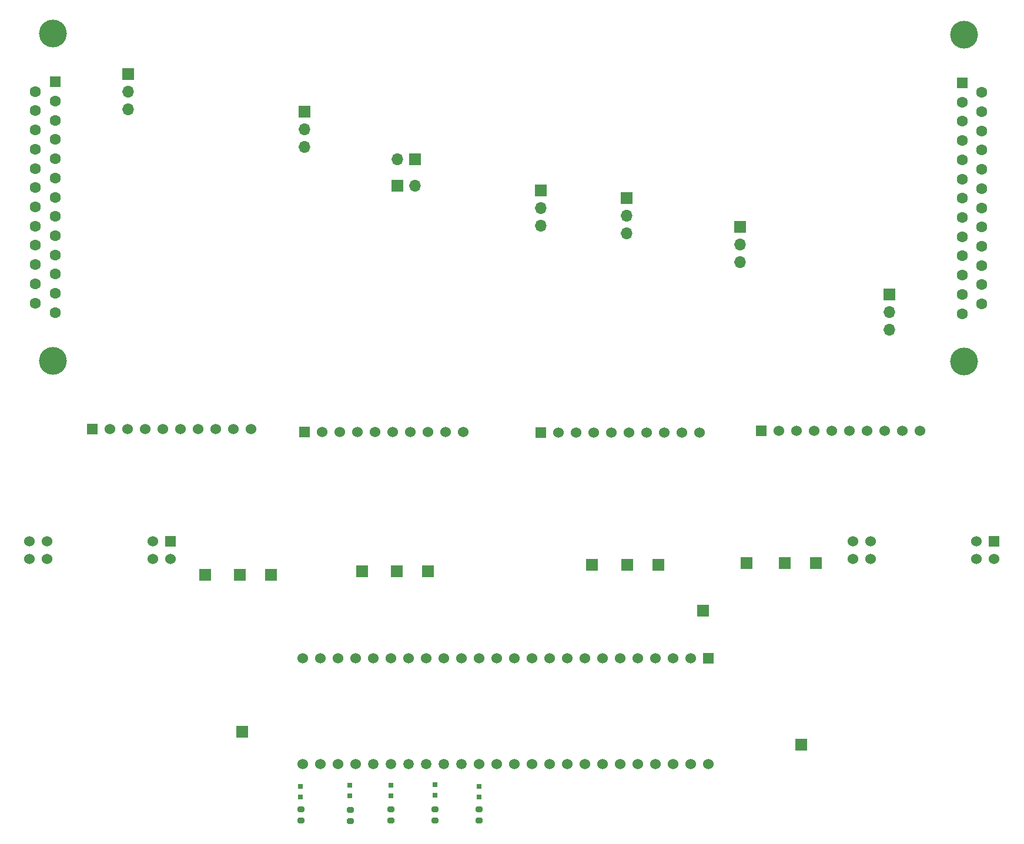
<source format=gbr>
%TF.GenerationSoftware,KiCad,Pcbnew,8.0.6*%
%TF.CreationDate,2025-01-19T12:17:07-08:00*%
%TF.ProjectId,DFboard2,4446626f-6172-4643-922e-6b696361645f,Rev0.1*%
%TF.SameCoordinates,Original*%
%TF.FileFunction,Soldermask,Top*%
%TF.FilePolarity,Negative*%
%FSLAX46Y46*%
G04 Gerber Fmt 4.6, Leading zero omitted, Abs format (unit mm)*
G04 Created by KiCad (PCBNEW 8.0.6) date 2025-01-19 12:17:07*
%MOMM*%
%LPD*%
G01*
G04 APERTURE LIST*
G04 Aperture macros list*
%AMRoundRect*
0 Rectangle with rounded corners*
0 $1 Rounding radius*
0 $2 $3 $4 $5 $6 $7 $8 $9 X,Y pos of 4 corners*
0 Add a 4 corners polygon primitive as box body*
4,1,4,$2,$3,$4,$5,$6,$7,$8,$9,$2,$3,0*
0 Add four circle primitives for the rounded corners*
1,1,$1+$1,$2,$3*
1,1,$1+$1,$4,$5*
1,1,$1+$1,$6,$7*
1,1,$1+$1,$8,$9*
0 Add four rect primitives between the rounded corners*
20,1,$1+$1,$2,$3,$4,$5,0*
20,1,$1+$1,$4,$5,$6,$7,0*
20,1,$1+$1,$6,$7,$8,$9,0*
20,1,$1+$1,$8,$9,$2,$3,0*%
G04 Aperture macros list end*
%ADD10RoundRect,0.200000X-0.275000X0.200000X-0.275000X-0.200000X0.275000X-0.200000X0.275000X0.200000X0*%
%ADD11R,1.700000X1.700000*%
%ADD12O,1.700000X1.700000*%
%ADD13R,1.524000X1.524000*%
%ADD14C,1.524000*%
%ADD15R,0.800000X0.800000*%
%ADD16C,4.000000*%
%ADD17R,1.600000X1.600000*%
%ADD18C,1.600000*%
%ADD19C,1.514000*%
G04 APERTURE END LIST*
D10*
%TO.C,R2*%
X71628000Y-130239000D03*
X71628000Y-131889000D03*
%TD*%
D11*
%TO.C,JP5*%
X111379000Y-42164000D03*
D12*
X111379000Y-44704000D03*
X111379000Y-47244000D03*
%TD*%
D11*
%TO.C,TP9*%
X115926000Y-94996000D03*
%TD*%
D10*
%TO.C,R1*%
X64516000Y-130175000D03*
X64516000Y-131825000D03*
%TD*%
D13*
%TO.C,U6*%
X164338000Y-91567000D03*
D14*
X161798000Y-91567000D03*
X146558000Y-91567000D03*
X144018000Y-91567000D03*
X144018000Y-94107000D03*
X146558000Y-94107000D03*
X161798000Y-94107000D03*
X164338000Y-94107000D03*
%TD*%
D11*
%TO.C,JP1*%
X39624000Y-24257000D03*
D12*
X39624000Y-26797000D03*
X39624000Y-29337000D03*
%TD*%
D11*
%TO.C,TP10*%
X138651000Y-94742000D03*
%TD*%
D13*
%TO.C,U4*%
X99060000Y-75931000D03*
D14*
X101600000Y-75931000D03*
X104140000Y-75931000D03*
X106680000Y-75931000D03*
X109220000Y-75931000D03*
X111760000Y-75931000D03*
X114300000Y-75931000D03*
X116840000Y-75931000D03*
X119380000Y-75931000D03*
X121920000Y-75931000D03*
%TD*%
D11*
%TO.C,JP4*%
X127762000Y-46243000D03*
D12*
X127762000Y-48783000D03*
X127762000Y-51323000D03*
%TD*%
D10*
%TO.C,R5*%
X90170000Y-130176000D03*
X90170000Y-131826000D03*
%TD*%
D11*
%TO.C,TP2*%
X50673000Y-96393000D03*
%TD*%
D15*
%TO.C,D1*%
X64389000Y-126897000D03*
X64389000Y-128397000D03*
%TD*%
%TO.C,D2*%
X71501000Y-126758000D03*
X71501000Y-128258000D03*
%TD*%
D16*
%TO.C,J1*%
X28783000Y-18470000D03*
X28783000Y-65570000D03*
D17*
X29083000Y-25400000D03*
D18*
X29083000Y-28170000D03*
X29083000Y-30940000D03*
X29083000Y-33710000D03*
X29083000Y-36480000D03*
X29083000Y-39250000D03*
X29083000Y-42020000D03*
X29083000Y-44790000D03*
X29083000Y-47560000D03*
X29083000Y-50330000D03*
X29083000Y-53100000D03*
X29083000Y-55870000D03*
X29083000Y-58640000D03*
X26243000Y-26785000D03*
X26243000Y-29555000D03*
X26243000Y-32325000D03*
X26243000Y-35095000D03*
X26243000Y-37865000D03*
X26243000Y-40635000D03*
X26243000Y-43405000D03*
X26243000Y-46175000D03*
X26243000Y-48945000D03*
X26243000Y-51715000D03*
X26243000Y-54485000D03*
X26243000Y-57255000D03*
%TD*%
D15*
%TO.C,D5*%
X90170000Y-126873000D03*
X90170000Y-128373000D03*
%TD*%
D16*
%TO.C,J2*%
X160020000Y-65709000D03*
X160020000Y-18609000D03*
D17*
X159720000Y-25539000D03*
D18*
X159720000Y-28309000D03*
X159720000Y-31079000D03*
X159720000Y-33849000D03*
X159720000Y-36619000D03*
X159720000Y-39389000D03*
X159720000Y-42159000D03*
X159720000Y-44929000D03*
X159720000Y-47699000D03*
X159720000Y-50469000D03*
X159720000Y-53239000D03*
X159720000Y-56009000D03*
X159720000Y-58779000D03*
X162560000Y-26924000D03*
X162560000Y-29694000D03*
X162560000Y-32464000D03*
X162560000Y-35234000D03*
X162560000Y-38004000D03*
X162560000Y-40774000D03*
X162560000Y-43544000D03*
X162560000Y-46314000D03*
X162560000Y-49084000D03*
X162560000Y-51854000D03*
X162560000Y-54624000D03*
X162560000Y-57394000D03*
%TD*%
D11*
%TO.C,TP1*%
X55673000Y-96393000D03*
%TD*%
D15*
%TO.C,D4*%
X83820000Y-126643000D03*
X83820000Y-128143000D03*
%TD*%
D11*
%TO.C,TP3*%
X78279000Y-95885000D03*
%TD*%
D13*
%TO.C,U1*%
X45720000Y-91567000D03*
D14*
X43180000Y-91567000D03*
X27940000Y-91567000D03*
X25400000Y-91567000D03*
X25400000Y-94107000D03*
X27940000Y-94107000D03*
X43180000Y-94107000D03*
X45720000Y-94107000D03*
%TD*%
D11*
%TO.C,TP11*%
X82779000Y-95885000D03*
%TD*%
D13*
%TO.C,J13*%
X123190000Y-108458000D03*
D14*
X120650000Y-108458000D03*
X118110000Y-108458000D03*
X115570000Y-108458000D03*
X113030000Y-108458000D03*
X110490000Y-108458000D03*
X107950000Y-108458000D03*
X105410000Y-108458000D03*
X102870000Y-108458000D03*
X100330000Y-108458000D03*
X97790000Y-108458000D03*
X95250000Y-108458000D03*
X92710000Y-108458000D03*
X90170000Y-108458000D03*
X87630000Y-108458000D03*
X85090000Y-108458000D03*
X82550000Y-108458000D03*
X80010000Y-108458000D03*
X77470000Y-108458000D03*
X74930000Y-108458000D03*
X72390000Y-108458000D03*
X69850000Y-108458000D03*
X67310000Y-108458000D03*
X64770000Y-108458000D03*
X64770000Y-123698000D03*
X67310000Y-123698000D03*
X69850000Y-123698000D03*
X72390000Y-123698000D03*
D19*
X74930000Y-123698000D03*
X77470000Y-123698000D03*
X80010000Y-123698000D03*
X82550000Y-123698000D03*
X85090000Y-123698000D03*
X87630000Y-123698000D03*
D14*
X90170000Y-123698000D03*
X92710000Y-123698000D03*
X95250000Y-123698000D03*
X97790000Y-123698000D03*
X100330000Y-123698000D03*
X102870000Y-123698000D03*
X105410000Y-123698000D03*
X107950000Y-123698000D03*
X110490000Y-123698000D03*
X113030000Y-123698000D03*
X115570000Y-123698000D03*
X118110000Y-123698000D03*
X120650000Y-123698000D03*
X123190000Y-123698000D03*
%TD*%
D11*
%TO.C,TP14*%
X136525000Y-120904000D03*
%TD*%
D10*
%TO.C,R4*%
X83820000Y-130187000D03*
X83820000Y-131837000D03*
%TD*%
%TO.C,R3*%
X77470000Y-130175000D03*
X77470000Y-131825000D03*
%TD*%
D13*
%TO.C,U2*%
X34417000Y-75438000D03*
D14*
X36957000Y-75438000D03*
X39497000Y-75438000D03*
X42037000Y-75438000D03*
X44577000Y-75438000D03*
X47117000Y-75438000D03*
X49657000Y-75438000D03*
X52197000Y-75438000D03*
X54737000Y-75438000D03*
X57277000Y-75438000D03*
%TD*%
D11*
%TO.C,TP5*%
X111426000Y-94996000D03*
%TD*%
%TO.C,TP16*%
X122428000Y-101600000D03*
%TD*%
%TO.C,JP9*%
X80899000Y-36576000D03*
D12*
X78359000Y-36576000D03*
%TD*%
D13*
%TO.C,U5*%
X130810000Y-75677000D03*
D14*
X133350000Y-75677000D03*
X135890000Y-75677000D03*
X138430000Y-75677000D03*
X140970000Y-75677000D03*
X143510000Y-75677000D03*
X146050000Y-75677000D03*
X148590000Y-75677000D03*
X151130000Y-75677000D03*
X153670000Y-75677000D03*
%TD*%
D11*
%TO.C,JP2*%
X65024000Y-29718000D03*
D12*
X65024000Y-32258000D03*
X65024000Y-34798000D03*
%TD*%
D11*
%TO.C,TP12*%
X60173000Y-96393000D03*
%TD*%
%TO.C,TP7*%
X134151000Y-94742000D03*
%TD*%
%TO.C,TP13*%
X56007000Y-118999000D03*
%TD*%
%TO.C,JP8*%
X78359000Y-40386000D03*
D12*
X80899000Y-40386000D03*
%TD*%
D11*
%TO.C,TP8*%
X128651000Y-94742000D03*
%TD*%
D13*
%TO.C,U3*%
X65024000Y-75819000D03*
D14*
X67564000Y-75819000D03*
X70104000Y-75819000D03*
X72644000Y-75819000D03*
X75184000Y-75819000D03*
X77724000Y-75819000D03*
X80264000Y-75819000D03*
X82804000Y-75819000D03*
X85344000Y-75819000D03*
X87884000Y-75819000D03*
%TD*%
D11*
%TO.C,JP7*%
X149225000Y-56022000D03*
D12*
X149225000Y-58562000D03*
X149225000Y-61102000D03*
%TD*%
D11*
%TO.C,TP4*%
X73279000Y-95885000D03*
%TD*%
D15*
%TO.C,D3*%
X77470000Y-126758000D03*
X77470000Y-128258000D03*
%TD*%
D11*
%TO.C,JP3*%
X99060000Y-41036000D03*
D12*
X99060000Y-43576000D03*
X99060000Y-46116000D03*
%TD*%
D11*
%TO.C,TP6*%
X106426000Y-94996000D03*
%TD*%
M02*

</source>
